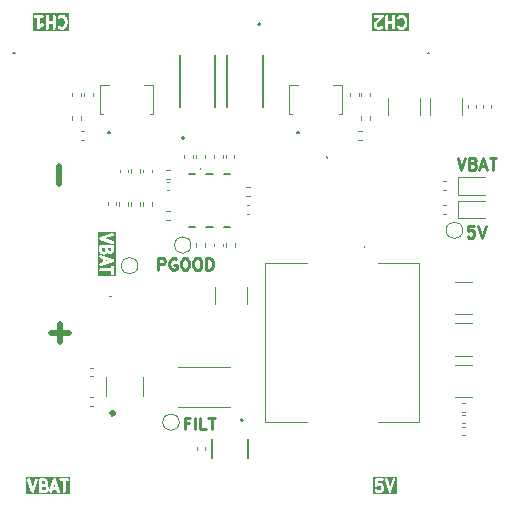
<source format=gbr>
%TF.GenerationSoftware,KiCad,Pcbnew,9.0.1*%
%TF.CreationDate,2025-07-05T19:11:37+01:00*%
%TF.ProjectId,PDB_AURA,5044425f-4155-4524-912e-6b696361645f,rev?*%
%TF.SameCoordinates,Original*%
%TF.FileFunction,Legend,Top*%
%TF.FilePolarity,Positive*%
%FSLAX46Y46*%
G04 Gerber Fmt 4.6, Leading zero omitted, Abs format (unit mm)*
G04 Created by KiCad (PCBNEW 9.0.1) date 2025-07-05 19:11:37*
%MOMM*%
%LPD*%
G01*
G04 APERTURE LIST*
%ADD10C,0.250000*%
%ADD11C,0.500000*%
%ADD12C,0.120000*%
%ADD13C,0.127000*%
%ADD14C,0.200000*%
%ADD15C,0.100000*%
%ADD16C,0.300000*%
G04 APERTURE END LIST*
D10*
X72235901Y-89340809D02*
X71902568Y-89340809D01*
X71902568Y-89864619D02*
X71902568Y-88864619D01*
X71902568Y-88864619D02*
X72378758Y-88864619D01*
X72759711Y-89864619D02*
X72759711Y-88864619D01*
X73712091Y-89864619D02*
X73235901Y-89864619D01*
X73235901Y-89864619D02*
X73235901Y-88864619D01*
X73902568Y-88864619D02*
X74473996Y-88864619D01*
X74188282Y-89864619D02*
X74188282Y-88864619D01*
X69652568Y-76364619D02*
X69652568Y-75364619D01*
X69652568Y-75364619D02*
X70033520Y-75364619D01*
X70033520Y-75364619D02*
X70128758Y-75412238D01*
X70128758Y-75412238D02*
X70176377Y-75459857D01*
X70176377Y-75459857D02*
X70223996Y-75555095D01*
X70223996Y-75555095D02*
X70223996Y-75697952D01*
X70223996Y-75697952D02*
X70176377Y-75793190D01*
X70176377Y-75793190D02*
X70128758Y-75840809D01*
X70128758Y-75840809D02*
X70033520Y-75888428D01*
X70033520Y-75888428D02*
X69652568Y-75888428D01*
X71176377Y-75412238D02*
X71081139Y-75364619D01*
X71081139Y-75364619D02*
X70938282Y-75364619D01*
X70938282Y-75364619D02*
X70795425Y-75412238D01*
X70795425Y-75412238D02*
X70700187Y-75507476D01*
X70700187Y-75507476D02*
X70652568Y-75602714D01*
X70652568Y-75602714D02*
X70604949Y-75793190D01*
X70604949Y-75793190D02*
X70604949Y-75936047D01*
X70604949Y-75936047D02*
X70652568Y-76126523D01*
X70652568Y-76126523D02*
X70700187Y-76221761D01*
X70700187Y-76221761D02*
X70795425Y-76317000D01*
X70795425Y-76317000D02*
X70938282Y-76364619D01*
X70938282Y-76364619D02*
X71033520Y-76364619D01*
X71033520Y-76364619D02*
X71176377Y-76317000D01*
X71176377Y-76317000D02*
X71223996Y-76269380D01*
X71223996Y-76269380D02*
X71223996Y-75936047D01*
X71223996Y-75936047D02*
X71033520Y-75936047D01*
X71843044Y-75364619D02*
X72033520Y-75364619D01*
X72033520Y-75364619D02*
X72128758Y-75412238D01*
X72128758Y-75412238D02*
X72223996Y-75507476D01*
X72223996Y-75507476D02*
X72271615Y-75697952D01*
X72271615Y-75697952D02*
X72271615Y-76031285D01*
X72271615Y-76031285D02*
X72223996Y-76221761D01*
X72223996Y-76221761D02*
X72128758Y-76317000D01*
X72128758Y-76317000D02*
X72033520Y-76364619D01*
X72033520Y-76364619D02*
X71843044Y-76364619D01*
X71843044Y-76364619D02*
X71747806Y-76317000D01*
X71747806Y-76317000D02*
X71652568Y-76221761D01*
X71652568Y-76221761D02*
X71604949Y-76031285D01*
X71604949Y-76031285D02*
X71604949Y-75697952D01*
X71604949Y-75697952D02*
X71652568Y-75507476D01*
X71652568Y-75507476D02*
X71747806Y-75412238D01*
X71747806Y-75412238D02*
X71843044Y-75364619D01*
X72890663Y-75364619D02*
X73081139Y-75364619D01*
X73081139Y-75364619D02*
X73176377Y-75412238D01*
X73176377Y-75412238D02*
X73271615Y-75507476D01*
X73271615Y-75507476D02*
X73319234Y-75697952D01*
X73319234Y-75697952D02*
X73319234Y-76031285D01*
X73319234Y-76031285D02*
X73271615Y-76221761D01*
X73271615Y-76221761D02*
X73176377Y-76317000D01*
X73176377Y-76317000D02*
X73081139Y-76364619D01*
X73081139Y-76364619D02*
X72890663Y-76364619D01*
X72890663Y-76364619D02*
X72795425Y-76317000D01*
X72795425Y-76317000D02*
X72700187Y-76221761D01*
X72700187Y-76221761D02*
X72652568Y-76031285D01*
X72652568Y-76031285D02*
X72652568Y-75697952D01*
X72652568Y-75697952D02*
X72700187Y-75507476D01*
X72700187Y-75507476D02*
X72795425Y-75412238D01*
X72795425Y-75412238D02*
X72890663Y-75364619D01*
X73747806Y-76364619D02*
X73747806Y-75364619D01*
X73747806Y-75364619D02*
X73985901Y-75364619D01*
X73985901Y-75364619D02*
X74128758Y-75412238D01*
X74128758Y-75412238D02*
X74223996Y-75507476D01*
X74223996Y-75507476D02*
X74271615Y-75602714D01*
X74271615Y-75602714D02*
X74319234Y-75793190D01*
X74319234Y-75793190D02*
X74319234Y-75936047D01*
X74319234Y-75936047D02*
X74271615Y-76126523D01*
X74271615Y-76126523D02*
X74223996Y-76221761D01*
X74223996Y-76221761D02*
X74128758Y-76317000D01*
X74128758Y-76317000D02*
X73985901Y-76364619D01*
X73985901Y-76364619D02*
X73747806Y-76364619D01*
X96378758Y-72614619D02*
X95902568Y-72614619D01*
X95902568Y-72614619D02*
X95854949Y-73090809D01*
X95854949Y-73090809D02*
X95902568Y-73043190D01*
X95902568Y-73043190D02*
X95997806Y-72995571D01*
X95997806Y-72995571D02*
X96235901Y-72995571D01*
X96235901Y-72995571D02*
X96331139Y-73043190D01*
X96331139Y-73043190D02*
X96378758Y-73090809D01*
X96378758Y-73090809D02*
X96426377Y-73186047D01*
X96426377Y-73186047D02*
X96426377Y-73424142D01*
X96426377Y-73424142D02*
X96378758Y-73519380D01*
X96378758Y-73519380D02*
X96331139Y-73567000D01*
X96331139Y-73567000D02*
X96235901Y-73614619D01*
X96235901Y-73614619D02*
X95997806Y-73614619D01*
X95997806Y-73614619D02*
X95902568Y-73567000D01*
X95902568Y-73567000D02*
X95854949Y-73519380D01*
X96712092Y-72614619D02*
X97045425Y-73614619D01*
X97045425Y-73614619D02*
X97378758Y-72614619D01*
D11*
X60555137Y-81717333D02*
X62078947Y-81717333D01*
X61317042Y-82479238D02*
X61317042Y-80955428D01*
D10*
G36*
X62145050Y-56135380D02*
G01*
X59028405Y-56135380D01*
X59028405Y-54860994D01*
X59153405Y-54860994D01*
X59153405Y-54909766D01*
X59172069Y-54954826D01*
X59206557Y-54989314D01*
X59251617Y-55007978D01*
X59276003Y-55010380D01*
X59436717Y-55010380D01*
X59436717Y-55885380D01*
X59436725Y-55885466D01*
X59436717Y-55885510D01*
X59436742Y-55885636D01*
X59439119Y-55909766D01*
X59443854Y-55921198D01*
X59446282Y-55933337D01*
X59453097Y-55943513D01*
X59457783Y-55954826D01*
X59466533Y-55963576D01*
X59473421Y-55973861D01*
X59483612Y-55980655D01*
X59492271Y-55989314D01*
X59503703Y-55994049D01*
X59514002Y-56000915D01*
X59526017Y-56003292D01*
X59537331Y-56007978D01*
X59549705Y-56007978D01*
X59561847Y-56010380D01*
X59573858Y-56007978D01*
X59586103Y-56007978D01*
X59597535Y-56003242D01*
X59609674Y-56000815D01*
X59619850Y-55993999D01*
X59631163Y-55989314D01*
X59639913Y-55980563D01*
X59650198Y-55973676D01*
X59665560Y-55954916D01*
X59665651Y-55954826D01*
X59665667Y-55954785D01*
X59665723Y-55954718D01*
X59754095Y-55822158D01*
X59826236Y-55750017D01*
X59903332Y-55711470D01*
X59924070Y-55698415D01*
X59956026Y-55661570D01*
X59971449Y-55615300D01*
X59967991Y-55566650D01*
X59946180Y-55523027D01*
X59909335Y-55491071D01*
X59863064Y-55475648D01*
X59814415Y-55479105D01*
X59791529Y-55487863D01*
X59696291Y-55535482D01*
X59686717Y-55541508D01*
X59686717Y-55010380D01*
X59847431Y-55010380D01*
X59871817Y-55007978D01*
X59916877Y-54989314D01*
X59951365Y-54954826D01*
X59970029Y-54909766D01*
X59970029Y-54885380D01*
X60151003Y-54885380D01*
X60151003Y-55885380D01*
X60153405Y-55909766D01*
X60172069Y-55954826D01*
X60206557Y-55989314D01*
X60251617Y-56007978D01*
X60300389Y-56007978D01*
X60345449Y-55989314D01*
X60379937Y-55954826D01*
X60398601Y-55909766D01*
X60401003Y-55885380D01*
X60401003Y-55534190D01*
X60722431Y-55534190D01*
X60722431Y-55885380D01*
X60724833Y-55909766D01*
X60743497Y-55954826D01*
X60777985Y-55989314D01*
X60823045Y-56007978D01*
X60871817Y-56007978D01*
X60916877Y-55989314D01*
X60951365Y-55954826D01*
X60970029Y-55909766D01*
X60972431Y-55885380D01*
X60972431Y-54956232D01*
X61153405Y-54956232D01*
X61153405Y-55005006D01*
X61172070Y-55050065D01*
X61206557Y-55084552D01*
X61251616Y-55103217D01*
X61300390Y-55103217D01*
X61345449Y-55084552D01*
X61364391Y-55069007D01*
X61391145Y-55042253D01*
X61486763Y-55010380D01*
X61541433Y-55010380D01*
X61637051Y-55042253D01*
X61697079Y-55102281D01*
X61729490Y-55167104D01*
X61770050Y-55329341D01*
X61770050Y-55441420D01*
X61729490Y-55603656D01*
X61697079Y-55668479D01*
X61637051Y-55728507D01*
X61541434Y-55760380D01*
X61486765Y-55760380D01*
X61391145Y-55728507D01*
X61364391Y-55701754D01*
X61345449Y-55686209D01*
X61300390Y-55667544D01*
X61251616Y-55667544D01*
X61206557Y-55686209D01*
X61172070Y-55720696D01*
X61153405Y-55765755D01*
X61153405Y-55814529D01*
X61172070Y-55859588D01*
X61187615Y-55878530D01*
X61235233Y-55926149D01*
X61254175Y-55941694D01*
X61258326Y-55943413D01*
X61261719Y-55946356D01*
X61284094Y-55956346D01*
X61426950Y-56003965D01*
X61439043Y-56006714D01*
X61442093Y-56007978D01*
X61446514Y-56008413D01*
X61450844Y-56009398D01*
X61454135Y-56009164D01*
X61466479Y-56010380D01*
X61561717Y-56010380D01*
X61574060Y-56009164D01*
X61577351Y-56009398D01*
X61581680Y-56008413D01*
X61586103Y-56007978D01*
X61589154Y-56006714D01*
X61601245Y-56003965D01*
X61744102Y-55956347D01*
X61766477Y-55946356D01*
X61769870Y-55943412D01*
X61774020Y-55941694D01*
X61792962Y-55926149D01*
X61888200Y-55830911D01*
X61896066Y-55821325D01*
X61898561Y-55819162D01*
X61900928Y-55815400D01*
X61903745Y-55811969D01*
X61905007Y-55808921D01*
X61911615Y-55798425D01*
X61959234Y-55703187D01*
X61959917Y-55701401D01*
X61960454Y-55700677D01*
X61964109Y-55690447D01*
X61967992Y-55680301D01*
X61968055Y-55679401D01*
X61968699Y-55677602D01*
X62016318Y-55487126D01*
X62016943Y-55482896D01*
X62017648Y-55481195D01*
X62018552Y-55472015D01*
X62019902Y-55462886D01*
X62019630Y-55461063D01*
X62020050Y-55456809D01*
X62020050Y-55313952D01*
X62019630Y-55309697D01*
X62019902Y-55307875D01*
X62018552Y-55298745D01*
X62017648Y-55289566D01*
X62016943Y-55287864D01*
X62016318Y-55283635D01*
X61968699Y-55093159D01*
X61968055Y-55091359D01*
X61967992Y-55090460D01*
X61964109Y-55080313D01*
X61960454Y-55070084D01*
X61959917Y-55069359D01*
X61959234Y-55067574D01*
X61911615Y-54972336D01*
X61905007Y-54961839D01*
X61903745Y-54958792D01*
X61900928Y-54955360D01*
X61898561Y-54951599D01*
X61896066Y-54949435D01*
X61888200Y-54939850D01*
X61792962Y-54844612D01*
X61774020Y-54829067D01*
X61769872Y-54827348D01*
X61766478Y-54824405D01*
X61744103Y-54814415D01*
X61601246Y-54766795D01*
X61589152Y-54764045D01*
X61586103Y-54762782D01*
X61581681Y-54762346D01*
X61577352Y-54761362D01*
X61574060Y-54761595D01*
X61561717Y-54760380D01*
X61466479Y-54760380D01*
X61454135Y-54761595D01*
X61450844Y-54761362D01*
X61446514Y-54762346D01*
X61442093Y-54762782D01*
X61439043Y-54764045D01*
X61426950Y-54766795D01*
X61284093Y-54814415D01*
X61261718Y-54824405D01*
X61258324Y-54827348D01*
X61254175Y-54829067D01*
X61235233Y-54844612D01*
X61187615Y-54892231D01*
X61172070Y-54911173D01*
X61153405Y-54956232D01*
X60972431Y-54956232D01*
X60972431Y-54885380D01*
X60970029Y-54860994D01*
X60951365Y-54815934D01*
X60916877Y-54781446D01*
X60871817Y-54762782D01*
X60823045Y-54762782D01*
X60777985Y-54781446D01*
X60743497Y-54815934D01*
X60724833Y-54860994D01*
X60722431Y-54885380D01*
X60722431Y-55284190D01*
X60401003Y-55284190D01*
X60401003Y-54885380D01*
X60398601Y-54860994D01*
X60379937Y-54815934D01*
X60345449Y-54781446D01*
X60300389Y-54762782D01*
X60251617Y-54762782D01*
X60206557Y-54781446D01*
X60172069Y-54815934D01*
X60153405Y-54860994D01*
X60151003Y-54885380D01*
X59970029Y-54885380D01*
X59970029Y-54860994D01*
X59951365Y-54815934D01*
X59916877Y-54781446D01*
X59871817Y-54762782D01*
X59847431Y-54760380D01*
X59276003Y-54760380D01*
X59251617Y-54762782D01*
X59206557Y-54781446D01*
X59172069Y-54815934D01*
X59153405Y-54860994D01*
X59028405Y-54860994D01*
X59028405Y-54635380D01*
X62145050Y-54635380D01*
X62145050Y-56135380D01*
G37*
G36*
X65405096Y-75547619D02*
G01*
X65211095Y-75612286D01*
X65211095Y-75482952D01*
X65405096Y-75547619D01*
G37*
G36*
X65199190Y-74670190D02*
G01*
X65167317Y-74765809D01*
X65154907Y-74778220D01*
X65104206Y-74803571D01*
X65020366Y-74803571D01*
X64969664Y-74778220D01*
X64950731Y-74759288D01*
X64925380Y-74708585D01*
X64925380Y-74482143D01*
X65199190Y-74482143D01*
X65199190Y-74670190D01*
G37*
G36*
X65675380Y-74660967D02*
G01*
X65650029Y-74711668D01*
X65631097Y-74730601D01*
X65580396Y-74755952D01*
X65544175Y-74755952D01*
X65493473Y-74730601D01*
X65474540Y-74711669D01*
X65449190Y-74660968D01*
X65449190Y-74482143D01*
X65675380Y-74482143D01*
X65675380Y-74660967D01*
G37*
G36*
X66050380Y-76890455D02*
G01*
X64550380Y-76890455D01*
X64550380Y-76332757D01*
X64677782Y-76332757D01*
X64677782Y-76381529D01*
X64696446Y-76426589D01*
X64730934Y-76461077D01*
X64775994Y-76479741D01*
X64800380Y-76482143D01*
X65675380Y-76482143D01*
X65675380Y-76642857D01*
X65677782Y-76667243D01*
X65696446Y-76712303D01*
X65730934Y-76746791D01*
X65775994Y-76765455D01*
X65824766Y-76765455D01*
X65869826Y-76746791D01*
X65904314Y-76712303D01*
X65922978Y-76667243D01*
X65925380Y-76642857D01*
X65925380Y-76071429D01*
X65922978Y-76047043D01*
X65904314Y-76001983D01*
X65869826Y-75967495D01*
X65824766Y-75948831D01*
X65775994Y-75948831D01*
X65730934Y-75967495D01*
X65696446Y-76001983D01*
X65677782Y-76047043D01*
X65675380Y-76071429D01*
X65675380Y-76232143D01*
X64800380Y-76232143D01*
X64775994Y-76234545D01*
X64730934Y-76253209D01*
X64696446Y-76287697D01*
X64677782Y-76332757D01*
X64550380Y-76332757D01*
X64550380Y-75198652D01*
X64676362Y-75198652D01*
X64679819Y-75247301D01*
X64701631Y-75290926D01*
X64738477Y-75322881D01*
X64760852Y-75332871D01*
X64961095Y-75399618D01*
X64961095Y-75695619D01*
X64760852Y-75762367D01*
X64738477Y-75772357D01*
X64701631Y-75804312D01*
X64679819Y-75847937D01*
X64676362Y-75896586D01*
X64691785Y-75942855D01*
X64723740Y-75979701D01*
X64767365Y-76001513D01*
X64816014Y-76004970D01*
X64839908Y-75999537D01*
X65839908Y-75666205D01*
X65862283Y-75656214D01*
X65869030Y-75650362D01*
X65877019Y-75646368D01*
X65887285Y-75634530D01*
X65899129Y-75624259D01*
X65903124Y-75616267D01*
X65908975Y-75609522D01*
X65913930Y-75594657D01*
X65920941Y-75580635D01*
X65921574Y-75571724D01*
X65924398Y-75563253D01*
X65923287Y-75547619D01*
X65924398Y-75531985D01*
X65921574Y-75523513D01*
X65920941Y-75514603D01*
X65913930Y-75500581D01*
X65908975Y-75485716D01*
X65903124Y-75478970D01*
X65899129Y-75470979D01*
X65887285Y-75460707D01*
X65877019Y-75448870D01*
X65869030Y-75444875D01*
X65862283Y-75439024D01*
X65839908Y-75429033D01*
X64839908Y-75095701D01*
X64816014Y-75090268D01*
X64767365Y-75093725D01*
X64723740Y-75115537D01*
X64691785Y-75152383D01*
X64676362Y-75198652D01*
X64550380Y-75198652D01*
X64550380Y-74357143D01*
X64675380Y-74357143D01*
X64675380Y-74738095D01*
X64677782Y-74762481D01*
X64679501Y-74766632D01*
X64679820Y-74771112D01*
X64688577Y-74793998D01*
X64736197Y-74889236D01*
X64742804Y-74899732D01*
X64744067Y-74902779D01*
X64746884Y-74906211D01*
X64749252Y-74909973D01*
X64751746Y-74912136D01*
X64759612Y-74921721D01*
X64807230Y-74969340D01*
X64816818Y-74977209D01*
X64818980Y-74979701D01*
X64822737Y-74982066D01*
X64826172Y-74984885D01*
X64829222Y-74986148D01*
X64839717Y-74992755D01*
X64934955Y-75040374D01*
X64957841Y-75049132D01*
X64962321Y-75049450D01*
X64966471Y-75051169D01*
X64990857Y-75053571D01*
X65133714Y-75053571D01*
X65158100Y-75051169D01*
X65162248Y-75049450D01*
X65166730Y-75049132D01*
X65189616Y-75040374D01*
X65284853Y-74992756D01*
X65295351Y-74986146D01*
X65298398Y-74984885D01*
X65301829Y-74982069D01*
X65305591Y-74979701D01*
X65307754Y-74977206D01*
X65317340Y-74969340D01*
X65349669Y-74937010D01*
X65349981Y-74937266D01*
X65353031Y-74938529D01*
X65363526Y-74945136D01*
X65458764Y-74992755D01*
X65481650Y-75001513D01*
X65486130Y-75001831D01*
X65490280Y-75003550D01*
X65514666Y-75005952D01*
X65609904Y-75005952D01*
X65634290Y-75003550D01*
X65638438Y-75001831D01*
X65642920Y-75001513D01*
X65665806Y-74992755D01*
X65761043Y-74945137D01*
X65771541Y-74938527D01*
X65774588Y-74937266D01*
X65778019Y-74934450D01*
X65781781Y-74932082D01*
X65783944Y-74929587D01*
X65793530Y-74921721D01*
X65841149Y-74874103D01*
X65849018Y-74864514D01*
X65851510Y-74862353D01*
X65853875Y-74858595D01*
X65856694Y-74855161D01*
X65857957Y-74852110D01*
X65864564Y-74841616D01*
X65912183Y-74746378D01*
X65920941Y-74723492D01*
X65921259Y-74719011D01*
X65922978Y-74714862D01*
X65925380Y-74690476D01*
X65925380Y-74357143D01*
X65922978Y-74332757D01*
X65904314Y-74287697D01*
X65869826Y-74253209D01*
X65824766Y-74234545D01*
X65800380Y-74232143D01*
X64800380Y-74232143D01*
X64775994Y-74234545D01*
X64730934Y-74253209D01*
X64696446Y-74287697D01*
X64677782Y-74332757D01*
X64675380Y-74357143D01*
X64550380Y-74357143D01*
X64550380Y-73674842D01*
X64676362Y-73674842D01*
X64677472Y-73690476D01*
X64676362Y-73706110D01*
X64679185Y-73714581D01*
X64679819Y-73723491D01*
X64686829Y-73737511D01*
X64691785Y-73752379D01*
X64697635Y-73759125D01*
X64701631Y-73767116D01*
X64713471Y-73777384D01*
X64723740Y-73789225D01*
X64731730Y-73793220D01*
X64738477Y-73799071D01*
X64760852Y-73809061D01*
X65760851Y-74142394D01*
X65784745Y-74147827D01*
X65833395Y-74144370D01*
X65877019Y-74122558D01*
X65908975Y-74085712D01*
X65924398Y-74039443D01*
X65920941Y-73990793D01*
X65899129Y-73947169D01*
X65862283Y-73915214D01*
X65839908Y-73905223D01*
X65195664Y-73690476D01*
X65839908Y-73475729D01*
X65862283Y-73465738D01*
X65899129Y-73433783D01*
X65920941Y-73390159D01*
X65924398Y-73341509D01*
X65908975Y-73295240D01*
X65877019Y-73258394D01*
X65833395Y-73236582D01*
X65784745Y-73233125D01*
X65760851Y-73238558D01*
X64760852Y-73571891D01*
X64738477Y-73581881D01*
X64731730Y-73587731D01*
X64723740Y-73591727D01*
X64713471Y-73603567D01*
X64701631Y-73613836D01*
X64697635Y-73621826D01*
X64691785Y-73628573D01*
X64686829Y-73643440D01*
X64679819Y-73657461D01*
X64679185Y-73666370D01*
X64676362Y-73674842D01*
X64550380Y-73674842D01*
X64550380Y-73108125D01*
X66050380Y-73108125D01*
X66050380Y-76890455D01*
G37*
X95009711Y-66864619D02*
X95343044Y-67864619D01*
X95343044Y-67864619D02*
X95676377Y-66864619D01*
X96343044Y-67340809D02*
X96485901Y-67388428D01*
X96485901Y-67388428D02*
X96533520Y-67436047D01*
X96533520Y-67436047D02*
X96581139Y-67531285D01*
X96581139Y-67531285D02*
X96581139Y-67674142D01*
X96581139Y-67674142D02*
X96533520Y-67769380D01*
X96533520Y-67769380D02*
X96485901Y-67817000D01*
X96485901Y-67817000D02*
X96390663Y-67864619D01*
X96390663Y-67864619D02*
X96009711Y-67864619D01*
X96009711Y-67864619D02*
X96009711Y-66864619D01*
X96009711Y-66864619D02*
X96343044Y-66864619D01*
X96343044Y-66864619D02*
X96438282Y-66912238D01*
X96438282Y-66912238D02*
X96485901Y-66959857D01*
X96485901Y-66959857D02*
X96533520Y-67055095D01*
X96533520Y-67055095D02*
X96533520Y-67150333D01*
X96533520Y-67150333D02*
X96485901Y-67245571D01*
X96485901Y-67245571D02*
X96438282Y-67293190D01*
X96438282Y-67293190D02*
X96343044Y-67340809D01*
X96343044Y-67340809D02*
X96009711Y-67340809D01*
X96962092Y-67578904D02*
X97438282Y-67578904D01*
X96866854Y-67864619D02*
X97200187Y-66864619D01*
X97200187Y-66864619D02*
X97533520Y-67864619D01*
X97723997Y-66864619D02*
X98295425Y-66864619D01*
X98009711Y-67864619D02*
X98009711Y-66864619D01*
G36*
X60113241Y-94747681D02*
G01*
X60125651Y-94760092D01*
X60151002Y-94810793D01*
X60151002Y-94894633D01*
X60125650Y-94945336D01*
X60106719Y-94964268D01*
X60056018Y-94989619D01*
X59829574Y-94989619D01*
X59829574Y-94715809D01*
X60017624Y-94715809D01*
X60113241Y-94747681D01*
G37*
G36*
X60059100Y-94264969D02*
G01*
X60078032Y-94283902D01*
X60103383Y-94334603D01*
X60103383Y-94370824D01*
X60078032Y-94421525D01*
X60059100Y-94440458D01*
X60008399Y-94465809D01*
X59829574Y-94465809D01*
X59829574Y-94239619D01*
X60008399Y-94239619D01*
X60059100Y-94264969D01*
G37*
G36*
X60959717Y-94703904D02*
G01*
X60830383Y-94703904D01*
X60895049Y-94509903D01*
X60959717Y-94703904D01*
G37*
G36*
X62237886Y-95364619D02*
G01*
X58455556Y-95364619D01*
X58455556Y-94130253D01*
X58580556Y-94130253D01*
X58585989Y-94154147D01*
X58919321Y-95154147D01*
X58929312Y-95176522D01*
X58935162Y-95183268D01*
X58939158Y-95191259D01*
X58950998Y-95201527D01*
X58961267Y-95213368D01*
X58969258Y-95217363D01*
X58976004Y-95223214D01*
X58990869Y-95228169D01*
X59004891Y-95235180D01*
X59013801Y-95235813D01*
X59022273Y-95238637D01*
X59037906Y-95237526D01*
X59053541Y-95238637D01*
X59062012Y-95235813D01*
X59070922Y-95235180D01*
X59084942Y-95228169D01*
X59099810Y-95223214D01*
X59106555Y-95217363D01*
X59114547Y-95213368D01*
X59124818Y-95201524D01*
X59136656Y-95191258D01*
X59140650Y-95183269D01*
X59146502Y-95176522D01*
X59156492Y-95154147D01*
X59489825Y-94154148D01*
X59495258Y-94130254D01*
X59494147Y-94114619D01*
X59579574Y-94114619D01*
X59579574Y-95114619D01*
X59581976Y-95139005D01*
X59600640Y-95184065D01*
X59635128Y-95218553D01*
X59680188Y-95237217D01*
X59704574Y-95239619D01*
X60085526Y-95239619D01*
X60109912Y-95237217D01*
X60114060Y-95235498D01*
X60118542Y-95235180D01*
X60141428Y-95226422D01*
X60236665Y-95178804D01*
X60247161Y-95172196D01*
X60250211Y-95170933D01*
X60253644Y-95168114D01*
X60257403Y-95165749D01*
X60259565Y-95163255D01*
X60269153Y-95155387D01*
X60316772Y-95107768D01*
X60323978Y-95098985D01*
X60437699Y-95098985D01*
X60441156Y-95147634D01*
X60462968Y-95191259D01*
X60499814Y-95223214D01*
X60546083Y-95238637D01*
X60594732Y-95235180D01*
X60638357Y-95213368D01*
X60670312Y-95176522D01*
X60680302Y-95154147D01*
X60747050Y-94953904D01*
X61043050Y-94953904D01*
X61109797Y-95154147D01*
X61119788Y-95176522D01*
X61151743Y-95213368D01*
X61195367Y-95235180D01*
X61244017Y-95238637D01*
X61290286Y-95223214D01*
X61327132Y-95191258D01*
X61348944Y-95147634D01*
X61352401Y-95098984D01*
X61346968Y-95075090D01*
X61018682Y-94090233D01*
X61296262Y-94090233D01*
X61296262Y-94139005D01*
X61314926Y-94184065D01*
X61349414Y-94218553D01*
X61394474Y-94237217D01*
X61418860Y-94239619D01*
X61579574Y-94239619D01*
X61579574Y-95114619D01*
X61581976Y-95139005D01*
X61600640Y-95184065D01*
X61635128Y-95218553D01*
X61680188Y-95237217D01*
X61728960Y-95237217D01*
X61774020Y-95218553D01*
X61808508Y-95184065D01*
X61827172Y-95139005D01*
X61829574Y-95114619D01*
X61829574Y-94239619D01*
X61990288Y-94239619D01*
X62014674Y-94237217D01*
X62059734Y-94218553D01*
X62094222Y-94184065D01*
X62112886Y-94139005D01*
X62112886Y-94090233D01*
X62094222Y-94045173D01*
X62059734Y-94010685D01*
X62014674Y-93992021D01*
X61990288Y-93989619D01*
X61418860Y-93989619D01*
X61394474Y-93992021D01*
X61349414Y-94010685D01*
X61314926Y-94045173D01*
X61296262Y-94090233D01*
X61018682Y-94090233D01*
X61013635Y-94075091D01*
X61003645Y-94052716D01*
X60997793Y-94045968D01*
X60993799Y-94037980D01*
X60981961Y-94027713D01*
X60971690Y-94015870D01*
X60963698Y-94011874D01*
X60956953Y-94006024D01*
X60942085Y-94001068D01*
X60928065Y-93994058D01*
X60919155Y-93993424D01*
X60910684Y-93990601D01*
X60895049Y-93991711D01*
X60879416Y-93990601D01*
X60870944Y-93993424D01*
X60862034Y-93994058D01*
X60848012Y-94001069D01*
X60833147Y-94006024D01*
X60826401Y-94011874D01*
X60818410Y-94015870D01*
X60808141Y-94027710D01*
X60796301Y-94037979D01*
X60792305Y-94045969D01*
X60786455Y-94052716D01*
X60776464Y-94075091D01*
X60443132Y-95075091D01*
X60437699Y-95098985D01*
X60323978Y-95098985D01*
X60324639Y-95098180D01*
X60327132Y-95096019D01*
X60329498Y-95092259D01*
X60332317Y-95088825D01*
X60333579Y-95085776D01*
X60340186Y-95075282D01*
X60387805Y-94980044D01*
X60396563Y-94957158D01*
X60396881Y-94952677D01*
X60398600Y-94948528D01*
X60401002Y-94924142D01*
X60401002Y-94781285D01*
X60398600Y-94756899D01*
X60396881Y-94752749D01*
X60396563Y-94748269D01*
X60387805Y-94725383D01*
X60340186Y-94630145D01*
X60333579Y-94619650D01*
X60332316Y-94616600D01*
X60329497Y-94613165D01*
X60327132Y-94609408D01*
X60324640Y-94607246D01*
X60316771Y-94597658D01*
X60284441Y-94565329D01*
X60284697Y-94565018D01*
X60285960Y-94561967D01*
X60292567Y-94551473D01*
X60340186Y-94456235D01*
X60348944Y-94433349D01*
X60349262Y-94428868D01*
X60350981Y-94424719D01*
X60353383Y-94400333D01*
X60353383Y-94305095D01*
X60350981Y-94280709D01*
X60349262Y-94276559D01*
X60348944Y-94272079D01*
X60340186Y-94249193D01*
X60292567Y-94153955D01*
X60285960Y-94143460D01*
X60284697Y-94140410D01*
X60281878Y-94136975D01*
X60279513Y-94133218D01*
X60277021Y-94131056D01*
X60269152Y-94121468D01*
X60221533Y-94073850D01*
X60211947Y-94065983D01*
X60209784Y-94063489D01*
X60206022Y-94061120D01*
X60202591Y-94058305D01*
X60199544Y-94057043D01*
X60189046Y-94050434D01*
X60093809Y-94002816D01*
X60070923Y-93994058D01*
X60066441Y-93993739D01*
X60062293Y-93992021D01*
X60037907Y-93989619D01*
X59704574Y-93989619D01*
X59680188Y-93992021D01*
X59635128Y-94010685D01*
X59600640Y-94045173D01*
X59581976Y-94090233D01*
X59579574Y-94114619D01*
X59494147Y-94114619D01*
X59491801Y-94081604D01*
X59469989Y-94037980D01*
X59433143Y-94006024D01*
X59386874Y-93990601D01*
X59338224Y-93994058D01*
X59294600Y-94015870D01*
X59262645Y-94052716D01*
X59252654Y-94075091D01*
X59037906Y-94719334D01*
X58823159Y-94075091D01*
X58813169Y-94052716D01*
X58781214Y-94015870D01*
X58737589Y-93994058D01*
X58688940Y-93990601D01*
X58642671Y-94006024D01*
X58605825Y-94037979D01*
X58584013Y-94081604D01*
X58580556Y-94130253D01*
X58455556Y-94130253D01*
X58455556Y-93864619D01*
X62237886Y-93864619D01*
X62237886Y-95364619D01*
G37*
G36*
X90895050Y-56135380D02*
G01*
X87776003Y-56135380D01*
X87776003Y-55599666D01*
X87901003Y-55599666D01*
X87901003Y-55694904D01*
X87903405Y-55719290D01*
X87905123Y-55723438D01*
X87905442Y-55727920D01*
X87914200Y-55750806D01*
X87961818Y-55846043D01*
X87968427Y-55856541D01*
X87969689Y-55859588D01*
X87972504Y-55863019D01*
X87974873Y-55866781D01*
X87977367Y-55868944D01*
X87985234Y-55878530D01*
X88032852Y-55926149D01*
X88042440Y-55934018D01*
X88044602Y-55936510D01*
X88048359Y-55938875D01*
X88051794Y-55941694D01*
X88054844Y-55942957D01*
X88065339Y-55949564D01*
X88160577Y-55997183D01*
X88183463Y-56005941D01*
X88187943Y-56006259D01*
X88192093Y-56007978D01*
X88216479Y-56010380D01*
X88454574Y-56010380D01*
X88478960Y-56007978D01*
X88483108Y-56006259D01*
X88487590Y-56005941D01*
X88510476Y-55997183D01*
X88605713Y-55949565D01*
X88616211Y-55942955D01*
X88619258Y-55941694D01*
X88622689Y-55938878D01*
X88626451Y-55936510D01*
X88628614Y-55934015D01*
X88638200Y-55926149D01*
X88685819Y-55878531D01*
X88701364Y-55859589D01*
X88720029Y-55814529D01*
X88720029Y-55765756D01*
X88701364Y-55720696D01*
X88666877Y-55686209D01*
X88621817Y-55667544D01*
X88573044Y-55667544D01*
X88527984Y-55686209D01*
X88509042Y-55701754D01*
X88475767Y-55735029D01*
X88425066Y-55760380D01*
X88245988Y-55760380D01*
X88195286Y-55735029D01*
X88176353Y-55716097D01*
X88151003Y-55665396D01*
X88151003Y-55619949D01*
X88182875Y-55524331D01*
X88733438Y-54973768D01*
X88748978Y-54954831D01*
X88748984Y-54954826D01*
X88764074Y-54918395D01*
X88767648Y-54909767D01*
X88767648Y-54885380D01*
X88901003Y-54885380D01*
X88901003Y-55885380D01*
X88903405Y-55909766D01*
X88922069Y-55954826D01*
X88956557Y-55989314D01*
X89001617Y-56007978D01*
X89050389Y-56007978D01*
X89095449Y-55989314D01*
X89129937Y-55954826D01*
X89148601Y-55909766D01*
X89151003Y-55885380D01*
X89151003Y-55534190D01*
X89472431Y-55534190D01*
X89472431Y-55885380D01*
X89474833Y-55909766D01*
X89493497Y-55954826D01*
X89527985Y-55989314D01*
X89573045Y-56007978D01*
X89621817Y-56007978D01*
X89666877Y-55989314D01*
X89701365Y-55954826D01*
X89720029Y-55909766D01*
X89722431Y-55885380D01*
X89722431Y-54956232D01*
X89903405Y-54956232D01*
X89903405Y-55005006D01*
X89922070Y-55050065D01*
X89956557Y-55084552D01*
X90001616Y-55103217D01*
X90050390Y-55103217D01*
X90095449Y-55084552D01*
X90114391Y-55069007D01*
X90141145Y-55042253D01*
X90236763Y-55010380D01*
X90291433Y-55010380D01*
X90387051Y-55042253D01*
X90447079Y-55102281D01*
X90479490Y-55167104D01*
X90520050Y-55329341D01*
X90520050Y-55441420D01*
X90479490Y-55603656D01*
X90447079Y-55668479D01*
X90387051Y-55728507D01*
X90291434Y-55760380D01*
X90236765Y-55760380D01*
X90141145Y-55728507D01*
X90114391Y-55701754D01*
X90095449Y-55686209D01*
X90050390Y-55667544D01*
X90001616Y-55667544D01*
X89956557Y-55686209D01*
X89922070Y-55720696D01*
X89903405Y-55765755D01*
X89903405Y-55814529D01*
X89922070Y-55859588D01*
X89937615Y-55878530D01*
X89985233Y-55926149D01*
X90004175Y-55941694D01*
X90008326Y-55943413D01*
X90011719Y-55946356D01*
X90034094Y-55956346D01*
X90176950Y-56003965D01*
X90189043Y-56006714D01*
X90192093Y-56007978D01*
X90196514Y-56008413D01*
X90200844Y-56009398D01*
X90204135Y-56009164D01*
X90216479Y-56010380D01*
X90311717Y-56010380D01*
X90324060Y-56009164D01*
X90327351Y-56009398D01*
X90331680Y-56008413D01*
X90336103Y-56007978D01*
X90339154Y-56006714D01*
X90351245Y-56003965D01*
X90494102Y-55956347D01*
X90516477Y-55946356D01*
X90519870Y-55943412D01*
X90524020Y-55941694D01*
X90542962Y-55926149D01*
X90638200Y-55830911D01*
X90646066Y-55821325D01*
X90648561Y-55819162D01*
X90650928Y-55815400D01*
X90653745Y-55811969D01*
X90655007Y-55808921D01*
X90661615Y-55798425D01*
X90709234Y-55703187D01*
X90709917Y-55701401D01*
X90710454Y-55700677D01*
X90714109Y-55690447D01*
X90717992Y-55680301D01*
X90718055Y-55679401D01*
X90718699Y-55677602D01*
X90766318Y-55487126D01*
X90766943Y-55482896D01*
X90767648Y-55481195D01*
X90768552Y-55472015D01*
X90769902Y-55462886D01*
X90769630Y-55461063D01*
X90770050Y-55456809D01*
X90770050Y-55313952D01*
X90769630Y-55309697D01*
X90769902Y-55307875D01*
X90768552Y-55298745D01*
X90767648Y-55289566D01*
X90766943Y-55287864D01*
X90766318Y-55283635D01*
X90718699Y-55093159D01*
X90718055Y-55091359D01*
X90717992Y-55090460D01*
X90714109Y-55080313D01*
X90710454Y-55070084D01*
X90709917Y-55069359D01*
X90709234Y-55067574D01*
X90661615Y-54972336D01*
X90655007Y-54961839D01*
X90653745Y-54958792D01*
X90650928Y-54955360D01*
X90648561Y-54951599D01*
X90646066Y-54949435D01*
X90638200Y-54939850D01*
X90542962Y-54844612D01*
X90524020Y-54829067D01*
X90519872Y-54827348D01*
X90516478Y-54824405D01*
X90494103Y-54814415D01*
X90351246Y-54766795D01*
X90339152Y-54764045D01*
X90336103Y-54762782D01*
X90331681Y-54762346D01*
X90327352Y-54761362D01*
X90324060Y-54761595D01*
X90311717Y-54760380D01*
X90216479Y-54760380D01*
X90204135Y-54761595D01*
X90200844Y-54761362D01*
X90196514Y-54762346D01*
X90192093Y-54762782D01*
X90189043Y-54764045D01*
X90176950Y-54766795D01*
X90034093Y-54814415D01*
X90011718Y-54824405D01*
X90008324Y-54827348D01*
X90004175Y-54829067D01*
X89985233Y-54844612D01*
X89937615Y-54892231D01*
X89922070Y-54911173D01*
X89903405Y-54956232D01*
X89722431Y-54956232D01*
X89722431Y-54885380D01*
X89720029Y-54860994D01*
X89701365Y-54815934D01*
X89666877Y-54781446D01*
X89621817Y-54762782D01*
X89573045Y-54762782D01*
X89527985Y-54781446D01*
X89493497Y-54815934D01*
X89474833Y-54860994D01*
X89472431Y-54885380D01*
X89472431Y-55284190D01*
X89151003Y-55284190D01*
X89151003Y-54885380D01*
X89148601Y-54860994D01*
X89129937Y-54815934D01*
X89095449Y-54781446D01*
X89050389Y-54762782D01*
X89001617Y-54762782D01*
X88956557Y-54781446D01*
X88922069Y-54815934D01*
X88903405Y-54860994D01*
X88901003Y-54885380D01*
X88767648Y-54885380D01*
X88767648Y-54860993D01*
X88759916Y-54842329D01*
X88748984Y-54815934D01*
X88714496Y-54781446D01*
X88682634Y-54768248D01*
X88669437Y-54762782D01*
X88669436Y-54762782D01*
X88645050Y-54760380D01*
X88026003Y-54760380D01*
X88001617Y-54762782D01*
X87956557Y-54781446D01*
X87922069Y-54815934D01*
X87903405Y-54860994D01*
X87903405Y-54909766D01*
X87922069Y-54954826D01*
X87956557Y-54989314D01*
X88001617Y-55007978D01*
X88026003Y-55010380D01*
X88343274Y-55010380D01*
X87985234Y-55368421D01*
X87969689Y-55387363D01*
X87967970Y-55391512D01*
X87965027Y-55394906D01*
X87955036Y-55417281D01*
X87907418Y-55560138D01*
X87904668Y-55572228D01*
X87903405Y-55575280D01*
X87902969Y-55579702D01*
X87901985Y-55584032D01*
X87902218Y-55587322D01*
X87901003Y-55599666D01*
X87776003Y-55599666D01*
X87776003Y-54635380D01*
X90895050Y-54635380D01*
X90895050Y-56135380D01*
G37*
G36*
X89877776Y-95364619D02*
G01*
X87855533Y-95364619D01*
X87855533Y-94602875D01*
X87980533Y-94602875D01*
X87982351Y-94608900D01*
X87982351Y-94615196D01*
X87989342Y-94632075D01*
X87994621Y-94649569D01*
X87998608Y-94654442D01*
X88001016Y-94660255D01*
X88013931Y-94673170D01*
X88025506Y-94687317D01*
X88031054Y-94690293D01*
X88035503Y-94694742D01*
X88052381Y-94701733D01*
X88068485Y-94710372D01*
X88074746Y-94710998D01*
X88080562Y-94713407D01*
X88098835Y-94713407D01*
X88117015Y-94715225D01*
X88123041Y-94713407D01*
X88129336Y-94713407D01*
X88146215Y-94706415D01*
X88163709Y-94701137D01*
X88168582Y-94697149D01*
X88174395Y-94694742D01*
X88193337Y-94679197D01*
X88226613Y-94645921D01*
X88277315Y-94620571D01*
X88456393Y-94620571D01*
X88507094Y-94645921D01*
X88526026Y-94664854D01*
X88551377Y-94715555D01*
X88551377Y-94894633D01*
X88526025Y-94945336D01*
X88507094Y-94964268D01*
X88456393Y-94989619D01*
X88277315Y-94989619D01*
X88226613Y-94964268D01*
X88193338Y-94930993D01*
X88174396Y-94915447D01*
X88129337Y-94896782D01*
X88080564Y-94896782D01*
X88035504Y-94915446D01*
X88001016Y-94949933D01*
X87982351Y-94994992D01*
X87982351Y-95043765D01*
X88001015Y-95088825D01*
X88016560Y-95107767D01*
X88064179Y-95155387D01*
X88073767Y-95163256D01*
X88075929Y-95165749D01*
X88079683Y-95168112D01*
X88083120Y-95170933D01*
X88086173Y-95172197D01*
X88096666Y-95178803D01*
X88191904Y-95226422D01*
X88214790Y-95235180D01*
X88219270Y-95235498D01*
X88223420Y-95237217D01*
X88247806Y-95239619D01*
X88485901Y-95239619D01*
X88510287Y-95237217D01*
X88514435Y-95235498D01*
X88518917Y-95235180D01*
X88541803Y-95226422D01*
X88637040Y-95178804D01*
X88647536Y-95172196D01*
X88650586Y-95170933D01*
X88654019Y-95168114D01*
X88657778Y-95165749D01*
X88659940Y-95163255D01*
X88669528Y-95155387D01*
X88717147Y-95107768D01*
X88725014Y-95098180D01*
X88727507Y-95096019D01*
X88729873Y-95092259D01*
X88732692Y-95088825D01*
X88733954Y-95085776D01*
X88740561Y-95075282D01*
X88788180Y-94980044D01*
X88796938Y-94957158D01*
X88797256Y-94952677D01*
X88798975Y-94948528D01*
X88801377Y-94924142D01*
X88801377Y-94686047D01*
X88798975Y-94661661D01*
X88797256Y-94657511D01*
X88796938Y-94653031D01*
X88788180Y-94630145D01*
X88740561Y-94534907D01*
X88733954Y-94524412D01*
X88732691Y-94521362D01*
X88729872Y-94517927D01*
X88727507Y-94514170D01*
X88725015Y-94512008D01*
X88717146Y-94502420D01*
X88669527Y-94454802D01*
X88659941Y-94446935D01*
X88657778Y-94444441D01*
X88654016Y-94442072D01*
X88650585Y-94439257D01*
X88647538Y-94437995D01*
X88637040Y-94431386D01*
X88541803Y-94383768D01*
X88518917Y-94375010D01*
X88514435Y-94374691D01*
X88510287Y-94372973D01*
X88485901Y-94370571D01*
X88252597Y-94370571D01*
X88265692Y-94239619D01*
X88628758Y-94239619D01*
X88653144Y-94237217D01*
X88698204Y-94218553D01*
X88732692Y-94184065D01*
X88751356Y-94139005D01*
X88751356Y-94130253D01*
X88838074Y-94130253D01*
X88843507Y-94154147D01*
X89176839Y-95154147D01*
X89186830Y-95176522D01*
X89192680Y-95183268D01*
X89196676Y-95191259D01*
X89208516Y-95201527D01*
X89218785Y-95213368D01*
X89226776Y-95217363D01*
X89233522Y-95223214D01*
X89248387Y-95228169D01*
X89262409Y-95235180D01*
X89271319Y-95235813D01*
X89279791Y-95238637D01*
X89295424Y-95237526D01*
X89311059Y-95238637D01*
X89319530Y-95235813D01*
X89328440Y-95235180D01*
X89342460Y-95228169D01*
X89357328Y-95223214D01*
X89364073Y-95217363D01*
X89372065Y-95213368D01*
X89382336Y-95201524D01*
X89394174Y-95191258D01*
X89398168Y-95183269D01*
X89404020Y-95176522D01*
X89414010Y-95154147D01*
X89747343Y-94154148D01*
X89752776Y-94130254D01*
X89749319Y-94081604D01*
X89727507Y-94037980D01*
X89690661Y-94006024D01*
X89644392Y-93990601D01*
X89595742Y-93994058D01*
X89552118Y-94015870D01*
X89520163Y-94052716D01*
X89510172Y-94075091D01*
X89295424Y-94719334D01*
X89080677Y-94075091D01*
X89070687Y-94052716D01*
X89038732Y-94015870D01*
X88995107Y-93994058D01*
X88946458Y-93990601D01*
X88900189Y-94006024D01*
X88863343Y-94037979D01*
X88841531Y-94081604D01*
X88838074Y-94130253D01*
X88751356Y-94130253D01*
X88751356Y-94090233D01*
X88732692Y-94045173D01*
X88698204Y-94010685D01*
X88653144Y-93992021D01*
X88628758Y-93989619D01*
X88152568Y-93989619D01*
X88143547Y-93990507D01*
X88140502Y-93990203D01*
X88137527Y-93991100D01*
X88128182Y-93992021D01*
X88111300Y-93999013D01*
X88093808Y-94004291D01*
X88088936Y-94008276D01*
X88083122Y-94010685D01*
X88070201Y-94023605D01*
X88056060Y-94035176D01*
X88053084Y-94040722D01*
X88048634Y-94045173D01*
X88041641Y-94062055D01*
X88033005Y-94078155D01*
X88031158Y-94087362D01*
X88029970Y-94090233D01*
X88029970Y-94093292D01*
X88028188Y-94102181D01*
X87980569Y-94578371D01*
X87980533Y-94602875D01*
X87855533Y-94602875D01*
X87855533Y-93864619D01*
X89877776Y-93864619D01*
X89877776Y-95364619D01*
G37*
D11*
X61282666Y-67555137D02*
X61282666Y-69078947D01*
D12*
%TO.C,TP101*%
X71450000Y-89250000D02*
G75*
G02*
X70050000Y-89250000I-700000J0D01*
G01*
X70050000Y-89250000D02*
G75*
G02*
X71450000Y-89250000I700000J0D01*
G01*
%TO.C,TP100*%
X67950000Y-76000000D02*
G75*
G02*
X66550000Y-76000000I-700000J0D01*
G01*
X66550000Y-76000000D02*
G75*
G02*
X67950000Y-76000000I700000J0D01*
G01*
%TO.C,R202*%
X71870000Y-66596359D02*
X71870000Y-66903641D01*
X72630000Y-66596359D02*
X72630000Y-66903641D01*
D13*
%TO.C,U301*%
X75500000Y-58167500D02*
X75500000Y-62567500D01*
X78500000Y-58167500D02*
X78500000Y-62567500D01*
D14*
X78325000Y-55552500D02*
G75*
G02*
X78125000Y-55552500I-100000J0D01*
G01*
X78125000Y-55552500D02*
G75*
G02*
X78325000Y-55552500I100000J0D01*
G01*
D12*
%TO.C,R210*%
X75370000Y-74403641D02*
X75370000Y-74096359D01*
X76130000Y-74403641D02*
X76130000Y-74096359D01*
%TO.C,R201*%
X72870000Y-66903641D02*
X72870000Y-66596359D01*
X73630000Y-66903641D02*
X73630000Y-66596359D01*
%TO.C,R206*%
X68370000Y-70596359D02*
X68370000Y-70903641D01*
X69130000Y-70596359D02*
X69130000Y-70903641D01*
%TO.C,R200*%
X74370000Y-66903641D02*
X74370000Y-66596359D01*
X75130000Y-66903641D02*
X75130000Y-66596359D01*
%TO.C,R203*%
X70653641Y-71370000D02*
X70346359Y-71370000D01*
X70653641Y-72130000D02*
X70346359Y-72130000D01*
%TO.C,TP202*%
X72450000Y-74250000D02*
G75*
G02*
X71050000Y-74250000I-700000J0D01*
G01*
X71050000Y-74250000D02*
G75*
G02*
X72450000Y-74250000I700000J0D01*
G01*
%TO.C,C200*%
X89140000Y-63211252D02*
X89140000Y-61788748D01*
X91860000Y-63211252D02*
X91860000Y-61788748D01*
%TO.C,C205*%
X94788748Y-84390000D02*
X96211252Y-84390000D01*
X94788748Y-87110000D02*
X96211252Y-87110000D01*
D15*
%TO.C,Q200*%
X87095000Y-74341000D02*
X87095000Y-74341000D01*
X87095000Y-74441000D02*
X87095000Y-74441000D01*
X87095000Y-74341000D02*
G75*
G02*
X87095000Y-74441000I0J-50000D01*
G01*
X87095000Y-74441000D02*
G75*
G02*
X87095000Y-74341000I0J50000D01*
G01*
D12*
%TO.C,R209*%
X72870000Y-74096359D02*
X72870000Y-74403641D01*
X73630000Y-74096359D02*
X73630000Y-74403641D01*
%TO.C,C104*%
X64107836Y-84640000D02*
X63892164Y-84640000D01*
X64107836Y-85360000D02*
X63892164Y-85360000D01*
%TO.C,C210*%
X74390000Y-74142164D02*
X74390000Y-74357836D01*
X75110000Y-74142164D02*
X75110000Y-74357836D01*
%TO.C,D200*%
X95015000Y-70515000D02*
X95015000Y-71985000D01*
X95015000Y-71985000D02*
X97300000Y-71985000D01*
X97300000Y-70515000D02*
X95015000Y-70515000D01*
%TO.C,C218*%
X97140000Y-62607836D02*
X97140000Y-62392164D01*
X97860000Y-62607836D02*
X97860000Y-62392164D01*
%TO.C,C212*%
X66390000Y-67892164D02*
X66390000Y-68107836D01*
X67110000Y-67892164D02*
X67110000Y-68107836D01*
%TO.C,C211*%
X70607836Y-68890000D02*
X70392164Y-68890000D01*
X70607836Y-69610000D02*
X70392164Y-69610000D01*
%TO.C,R211*%
X93766359Y-70870000D02*
X94073641Y-70870000D01*
X93766359Y-71630000D02*
X94073641Y-71630000D01*
D15*
%TO.C,Q300*%
X64750000Y-60675000D02*
X65500000Y-60675000D01*
X64750000Y-63125000D02*
X64750000Y-60675000D01*
X65000000Y-63125000D02*
X64750000Y-63125000D01*
D14*
X65400000Y-64725000D02*
X65400000Y-64725000D01*
X65600000Y-64725000D02*
X65600000Y-64725000D01*
D15*
X68500000Y-60675000D02*
X69250000Y-60675000D01*
X69250000Y-60675000D02*
X69250000Y-63125000D01*
X69250000Y-63125000D02*
X69000000Y-63125000D01*
D14*
X65400000Y-64725000D02*
G75*
G02*
X65600000Y-64725000I100000J0D01*
G01*
X65600000Y-64725000D02*
G75*
G02*
X65400000Y-64725000I-100000J0D01*
G01*
D12*
%TO.C,R207*%
X66370000Y-70596359D02*
X66370000Y-70903641D01*
X67130000Y-70596359D02*
X67130000Y-70903641D01*
%TO.C,R208*%
X70346359Y-67870000D02*
X70653641Y-67870000D01*
X70346359Y-68630000D02*
X70653641Y-68630000D01*
%TO.C,C207*%
X77096359Y-69370000D02*
X77403641Y-69370000D01*
X77096359Y-70130000D02*
X77403641Y-70130000D01*
D14*
%TO.C,U200*%
X72250000Y-68250000D02*
X72800000Y-68250000D01*
X72250000Y-72750000D02*
X72800000Y-72750000D01*
X73700000Y-68250000D02*
X74300000Y-68250000D01*
X73700000Y-72750000D02*
X74300000Y-72750000D01*
X75750000Y-68250000D02*
X75200000Y-68250000D01*
X75750000Y-72750000D02*
X75200000Y-72750000D01*
X73270590Y-67808000D02*
G75*
G02*
X73227410Y-67808000I-21590J0D01*
G01*
X73227410Y-67808000D02*
G75*
G02*
X73270590Y-67808000I21590J0D01*
G01*
D12*
%TO.C,C202*%
X95392164Y-87640000D02*
X95607836Y-87640000D01*
X95392164Y-88360000D02*
X95607836Y-88360000D01*
%TO.C,C209*%
X77142164Y-70890000D02*
X77357836Y-70890000D01*
X77142164Y-71610000D02*
X77357836Y-71610000D01*
D15*
%TO.C,Q201*%
X83924000Y-66761000D02*
X83924000Y-66761000D01*
X83924000Y-66861000D02*
X83924000Y-66861000D01*
X83924000Y-66761000D02*
G75*
G02*
X83924000Y-66861000I0J-50000D01*
G01*
X83924000Y-66861000D02*
G75*
G02*
X83924000Y-66761000I0J50000D01*
G01*
D12*
%TO.C,R205*%
X67370000Y-70903641D02*
X67370000Y-70596359D01*
X68130000Y-70903641D02*
X68130000Y-70596359D01*
%TO.C,C203*%
X95392164Y-88640000D02*
X95607836Y-88640000D01*
X95392164Y-89360000D02*
X95607836Y-89360000D01*
%TO.C,C101*%
X63912164Y-87140000D02*
X64127836Y-87140000D01*
X63912164Y-87860000D02*
X64127836Y-87860000D01*
%TO.C,R101*%
X93766359Y-68870000D02*
X94073641Y-68870000D01*
X93766359Y-69630000D02*
X94073641Y-69630000D01*
D13*
%TO.C,U302*%
X74215000Y-90700000D02*
X74215000Y-92300000D01*
X77285000Y-90700000D02*
X77285000Y-92300000D01*
D14*
X76825000Y-89085000D02*
G75*
G02*
X76625000Y-89085000I-100000J0D01*
G01*
X76625000Y-89085000D02*
G75*
G02*
X76825000Y-89085000I100000J0D01*
G01*
D12*
%TO.C,R204*%
X67370000Y-67846359D02*
X67370000Y-68153641D01*
X68130000Y-67846359D02*
X68130000Y-68153641D01*
%TO.C,C204*%
X94788748Y-80890000D02*
X96211252Y-80890000D01*
X94788748Y-83610000D02*
X96211252Y-83610000D01*
D15*
%TO.C,Q100*%
X65559000Y-78595000D02*
X65559000Y-78595000D01*
X65659000Y-78595000D02*
X65659000Y-78595000D01*
X65559000Y-78595000D02*
G75*
G02*
X65659000Y-78595000I50000J0D01*
G01*
X65659000Y-78595000D02*
G75*
G02*
X65559000Y-78595000I-50000J0D01*
G01*
D12*
%TO.C,C214*%
X68390000Y-67892164D02*
X68390000Y-68107836D01*
X69110000Y-67892164D02*
X69110000Y-68107836D01*
D14*
%TO.C,D300*%
X57400000Y-58000000D02*
X57400000Y-58000000D01*
X57500000Y-58000000D02*
X57500000Y-58000000D01*
X57500000Y-58000000D02*
X57500000Y-58000000D01*
X57400000Y-58000000D02*
G75*
G02*
X57500000Y-58000000I50000J0D01*
G01*
X57400000Y-58000000D02*
G75*
G02*
X57500000Y-58000000I50000J0D01*
G01*
X57500000Y-58000000D02*
G75*
G02*
X57400000Y-58000000I-50000J0D01*
G01*
D12*
%TO.C,C215*%
X95392164Y-89640000D02*
X95607836Y-89640000D01*
X95392164Y-90360000D02*
X95607836Y-90360000D01*
%TO.C,C213*%
X65390000Y-70857836D02*
X65390000Y-70642164D01*
X66110000Y-70857836D02*
X66110000Y-70642164D01*
%TO.C,D100*%
X95015000Y-68515000D02*
X95015000Y-69985000D01*
X95015000Y-69985000D02*
X97300000Y-69985000D01*
X97300000Y-68515000D02*
X95015000Y-68515000D01*
%TO.C,TP200*%
X95450000Y-73000000D02*
G75*
G02*
X94050000Y-73000000I-700000J0D01*
G01*
X94050000Y-73000000D02*
G75*
G02*
X95450000Y-73000000I700000J0D01*
G01*
%TO.C,C217*%
X95890000Y-62607836D02*
X95890000Y-62392164D01*
X96610000Y-62607836D02*
X96610000Y-62392164D01*
%TO.C,R307*%
X86596359Y-64620000D02*
X86903641Y-64620000D01*
X86596359Y-65380000D02*
X86903641Y-65380000D01*
D15*
%TO.C,Q301*%
X80750000Y-60675000D02*
X81500000Y-60675000D01*
X80750000Y-63125000D02*
X80750000Y-60675000D01*
X81000000Y-63125000D02*
X80750000Y-63125000D01*
D14*
X81400000Y-64725000D02*
X81400000Y-64725000D01*
X81600000Y-64725000D02*
X81600000Y-64725000D01*
D15*
X84500000Y-60675000D02*
X85250000Y-60675000D01*
X85250000Y-60675000D02*
X85250000Y-63125000D01*
X85250000Y-63125000D02*
X85000000Y-63125000D01*
D14*
X81400000Y-64725000D02*
G75*
G02*
X81600000Y-64725000I100000J0D01*
G01*
X81600000Y-64725000D02*
G75*
G02*
X81400000Y-64725000I-100000J0D01*
G01*
D12*
%TO.C,R100*%
X71381936Y-84540000D02*
X75736064Y-84540000D01*
X71381936Y-87960000D02*
X75736064Y-87960000D01*
%TO.C,C300*%
X72920000Y-91392164D02*
X72920000Y-91607836D01*
X73640000Y-91392164D02*
X73640000Y-91607836D01*
%TO.C,R300*%
X62370000Y-63346359D02*
X62370000Y-63653641D01*
X63130000Y-63346359D02*
X63130000Y-63653641D01*
%TO.C,R306*%
X86870000Y-63346359D02*
X86870000Y-63653641D01*
X87630000Y-63346359D02*
X87630000Y-63653641D01*
%TO.C,R305*%
X85870000Y-61653641D02*
X85870000Y-61346359D01*
X86630000Y-61653641D02*
X86630000Y-61346359D01*
D15*
%TO.C,L200*%
X78750000Y-75750000D02*
X78750000Y-89250000D01*
X78750000Y-89250000D02*
X82250000Y-89250000D01*
X82250000Y-75750000D02*
X78750000Y-75750000D01*
X88250000Y-89250000D02*
X91750000Y-89250000D01*
X91750000Y-75750000D02*
X88250000Y-75750000D01*
X91750000Y-89250000D02*
X91750000Y-75750000D01*
D12*
%TO.C,R301*%
X63403641Y-64620000D02*
X63096359Y-64620000D01*
X63403641Y-65380000D02*
X63096359Y-65380000D01*
%TO.C,C216*%
X94788748Y-77390000D02*
X96211252Y-77390000D01*
X94788748Y-80110000D02*
X96211252Y-80110000D01*
%TO.C,R302*%
X62380000Y-61653641D02*
X62380000Y-61346359D01*
X63140000Y-61653641D02*
X63140000Y-61346359D01*
%TO.C,C208*%
X75390000Y-66857836D02*
X75390000Y-66642164D01*
X76110000Y-66857836D02*
X76110000Y-66642164D01*
%TO.C,R303*%
X63370000Y-61653641D02*
X63370000Y-61346359D01*
X64130000Y-61653641D02*
X64130000Y-61346359D01*
%TO.C,C102*%
X74449000Y-79211252D02*
X74449000Y-77788748D01*
X77169000Y-79211252D02*
X77169000Y-77788748D01*
D14*
%TO.C,D301*%
X92500000Y-58000000D02*
X92500000Y-58000000D01*
X92500000Y-58000000D02*
X92500000Y-58000000D01*
X92600000Y-58000000D02*
X92600000Y-58000000D01*
X92500000Y-58000000D02*
G75*
G02*
X92600000Y-58000000I50000J0D01*
G01*
X92600000Y-58000000D02*
G75*
G02*
X92500000Y-58000000I-50000J0D01*
G01*
X92600000Y-58000000D02*
G75*
G02*
X92500000Y-58000000I-50000J0D01*
G01*
D12*
%TO.C,U100*%
X65249000Y-86250000D02*
X65249000Y-85450000D01*
X65249000Y-86250000D02*
X65249000Y-87050000D01*
X68369000Y-86250000D02*
X68369000Y-85450000D01*
X68369000Y-86250000D02*
X68369000Y-87050000D01*
D16*
X65959000Y-88500000D02*
G75*
G02*
X65659000Y-88500000I-150000J0D01*
G01*
X65659000Y-88500000D02*
G75*
G02*
X65959000Y-88500000I150000J0D01*
G01*
D12*
%TO.C,R304*%
X86870000Y-61653641D02*
X86870000Y-61346359D01*
X87630000Y-61653641D02*
X87630000Y-61346359D01*
%TO.C,C201*%
X92640000Y-63211252D02*
X92640000Y-61788748D01*
X95360000Y-63211252D02*
X95360000Y-61788748D01*
D13*
%TO.C,U300*%
X71500000Y-62567500D02*
X71500000Y-58167500D01*
X74500000Y-62567500D02*
X74500000Y-58167500D01*
D14*
X71875000Y-65182500D02*
G75*
G02*
X71675000Y-65182500I-100000J0D01*
G01*
X71675000Y-65182500D02*
G75*
G02*
X71875000Y-65182500I100000J0D01*
G01*
%TD*%
M02*

</source>
